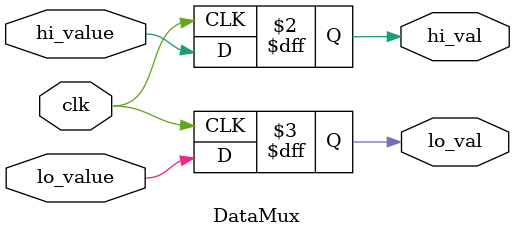
<source format=v>
`timescale 1ns / 1ps
module DataMux(
	input clk,
	input hi_value,
	input lo_value,
	output reg hi_val,
	output reg lo_val
	
    );
	 
	 always @(posedge clk) 
	 begin
		hi_val = hi_value;
		lo_val = lo_value;
	 end


endmodule

</source>
